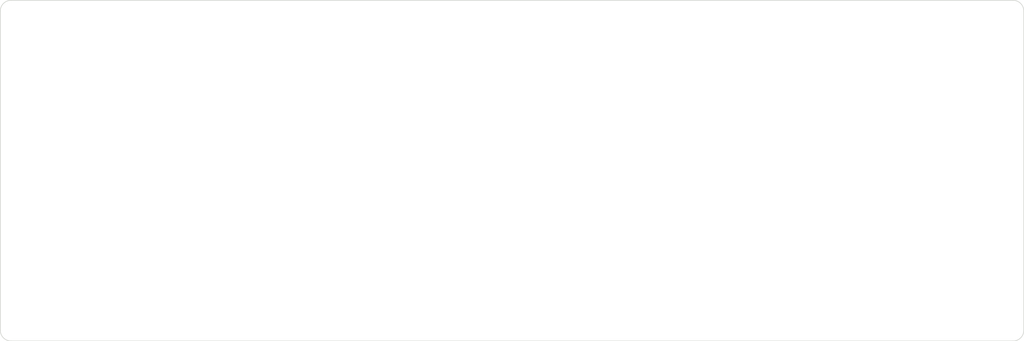
<source format=kicad_pcb>
(kicad_pcb (version 20171130) (host pcbnew "(5.1.4)-1")

  (general
    (thickness 1.6)
    (drawings 8)
    (tracks 0)
    (zones 0)
    (modules 5)
    (nets 2)
  )

  (page A4)
  (layers
    (0 F.Cu signal)
    (31 B.Cu signal)
    (32 B.Adhes user)
    (33 F.Adhes user)
    (34 B.Paste user)
    (35 F.Paste user)
    (36 B.SilkS user)
    (37 F.SilkS user)
    (38 B.Mask user)
    (39 F.Mask user)
    (40 Dwgs.User user)
    (41 Cmts.User user)
    (42 Eco1.User user)
    (43 Eco2.User user)
    (44 Edge.Cuts user)
    (45 Margin user)
    (46 B.CrtYd user)
    (47 F.CrtYd user)
    (48 B.Fab user)
    (49 F.Fab user)
  )

  (setup
    (last_trace_width 0.25)
    (trace_clearance 0.2)
    (zone_clearance 0.508)
    (zone_45_only no)
    (trace_min 0.2)
    (via_size 0.8)
    (via_drill 0.4)
    (via_min_size 0.4)
    (via_min_drill 0.3)
    (uvia_size 0.3)
    (uvia_drill 0.1)
    (uvias_allowed no)
    (uvia_min_size 0.2)
    (uvia_min_drill 0.1)
    (edge_width 0.05)
    (segment_width 0.2)
    (pcb_text_width 0.3)
    (pcb_text_size 1.5 1.5)
    (mod_edge_width 0.12)
    (mod_text_size 1 1)
    (mod_text_width 0.15)
    (pad_size 1.524 1.524)
    (pad_drill 0.762)
    (pad_to_mask_clearance 0.051)
    (solder_mask_min_width 0.25)
    (aux_axis_origin 0 0)
    (grid_origin 149.225 103.98125)
    (visible_elements 7FFFFFFF)
    (pcbplotparams
      (layerselection 0x010fc_ffffffff)
      (usegerberextensions false)
      (usegerberattributes false)
      (usegerberadvancedattributes false)
      (creategerberjobfile false)
      (excludeedgelayer true)
      (linewidth 0.100000)
      (plotframeref false)
      (viasonmask false)
      (mode 1)
      (useauxorigin false)
      (hpglpennumber 1)
      (hpglpenspeed 20)
      (hpglpendiameter 15.000000)
      (psnegative false)
      (psa4output false)
      (plotreference true)
      (plotvalue true)
      (plotinvisibletext false)
      (padsonsilk false)
      (subtractmaskfromsilk false)
      (outputformat 1)
      (mirror false)
      (drillshape 1)
      (scaleselection 1)
      (outputdirectory ""))
  )

  (net 0 "")
  (net 1 GND)

  (net_class Default "This is the default net class."
    (clearance 0.2)
    (trace_width 0.25)
    (via_dia 0.8)
    (via_drill 0.4)
    (uvia_dia 0.3)
    (uvia_drill 0.1)
  )

  (net_class Power ""
    (clearance 0.2)
    (trace_width 0.381)
    (via_dia 0.8)
    (via_drill 0.4)
    (uvia_dia 0.3)
    (uvia_drill 0.1)
  )

  (module bed-face-components:screw_hole (layer F.Cu) (tedit 6484E644) (tstamp 64845045)
    (at 244.475 123.03125)
    (path /64861268)
    (fp_text reference H5 (at 0 2.921) (layer Dwgs.User) hide
      (effects (font (size 1 1) (thickness 0.15)))
    )
    (fp_text value Hole (at 0 -2.794) (layer F.Fab) hide
      (effects (font (size 1 1) (thickness 0.15)))
    )
    (pad "" np_thru_hole circle (at 0 0) (size 2.1 2.1) (drill 2.1) (layers *.Cu *.Mask))
  )

  (module bed-face-components:screw_hole (layer F.Cu) (tedit 6484E644) (tstamp 64845040)
    (at 244.475 84.93125)
    (path /64858E1F)
    (fp_text reference H4 (at 0 2.921) (layer Dwgs.User) hide
      (effects (font (size 1 1) (thickness 0.15)))
    )
    (fp_text value Hole (at 0 -2.794) (layer F.Fab) hide
      (effects (font (size 1 1) (thickness 0.15)))
    )
    (pad "" np_thru_hole circle (at 0 0) (size 2.1 2.1) (drill 2.1) (layers *.Cu *.Mask))
  )

  (module bed-face-components:screw_hole (layer F.Cu) (tedit 6484E644) (tstamp 6484503B)
    (at 149.225 103.98125)
    (path /64858E19)
    (fp_text reference H3 (at 0 2.921) (layer Dwgs.User) hide
      (effects (font (size 1 1) (thickness 0.15)))
    )
    (fp_text value Hole (at 0 -2.794) (layer F.Fab) hide
      (effects (font (size 1 1) (thickness 0.15)))
    )
    (pad "" np_thru_hole circle (at 0 0) (size 2.1 2.1) (drill 2.1) (layers *.Cu *.Mask))
  )

  (module bed-face-components:screw_hole (layer F.Cu) (tedit 6484E644) (tstamp 64845036)
    (at 53.975 123.03125)
    (path /6485062B)
    (fp_text reference H2 (at 0 2.921) (layer Dwgs.User) hide
      (effects (font (size 1 1) (thickness 0.15)))
    )
    (fp_text value Hole (at 0 -2.794) (layer F.Fab) hide
      (effects (font (size 1 1) (thickness 0.15)))
    )
    (pad "" np_thru_hole circle (at 0 0) (size 2.1 2.1) (drill 2.1) (layers *.Cu *.Mask))
  )

  (module bed-face-components:screw_hole (layer F.Cu) (tedit 6484E644) (tstamp 64845031)
    (at 53.975 84.93125)
    (path /6484E07B)
    (fp_text reference H1 (at 0 2.921) (layer Dwgs.User) hide
      (effects (font (size 1 1) (thickness 0.15)))
    )
    (fp_text value Hole (at 0 -2.794) (layer F.Fab) hide
      (effects (font (size 1 1) (thickness 0.15)))
    )
    (pad "" np_thru_hole circle (at 0 0) (size 2.1 2.1) (drill 2.1) (layers *.Cu *.Mask))
  )

  (gr_line (start 37.30625 65.88125) (end 261.14375 65.88125) (layer Edge.Cuts) (width 0.15) (tstamp 646E2D0A))
  (gr_line (start 263.525 139.7) (end 263.525 68.2625) (layer Edge.Cuts) (width 0.15) (tstamp 646E2D07))
  (gr_line (start 37.30625 142.08125) (end 261.14375 142.08125) (layer Edge.Cuts) (width 0.15) (tstamp 646E2D02))
  (gr_line (start 34.925 68.2625) (end 34.925 139.7) (layer Edge.Cuts) (width 0.15) (tstamp 646E2CFE))
  (gr_arc (start 37.30625 68.2625) (end 37.30625 65.88125) (angle -90) (layer Edge.Cuts) (width 0.15))
  (gr_arc (start 37.30625 139.7) (end 34.925 139.7) (angle -90) (layer Edge.Cuts) (width 0.15))
  (gr_arc (start 261.14375 139.7) (end 261.14375 142.08125) (angle -90) (layer Edge.Cuts) (width 0.15))
  (gr_arc (start 261.14375 68.2625) (end 263.525 68.2625) (angle -90) (layer Edge.Cuts) (width 0.15))

  (zone (net 1) (net_name GND) (layer F.Cu) (tstamp 0) (hatch edge 0.508)
    (connect_pads (clearance 0.508))
    (min_thickness 0.254)
    (fill yes (arc_segments 32) (thermal_gap 0.508) (thermal_bridge_width 0.508))
    (polygon
      (pts
        (xy 35 66) (xy 263.5 66) (xy 263.5 142) (xy 35 142)
      )
    )
  )
  (zone (net 1) (net_name GND) (layer B.Cu) (tstamp 0) (hatch edge 0.508)
    (connect_pads (clearance 0.508))
    (min_thickness 0.254)
    (fill yes (arc_segments 32) (thermal_gap 0.508) (thermal_bridge_width 0.508))
    (polygon
      (pts
        (xy 35 66) (xy 263.5 66) (xy 263.5 142) (xy 35 142)
      )
    )
  )
)

</source>
